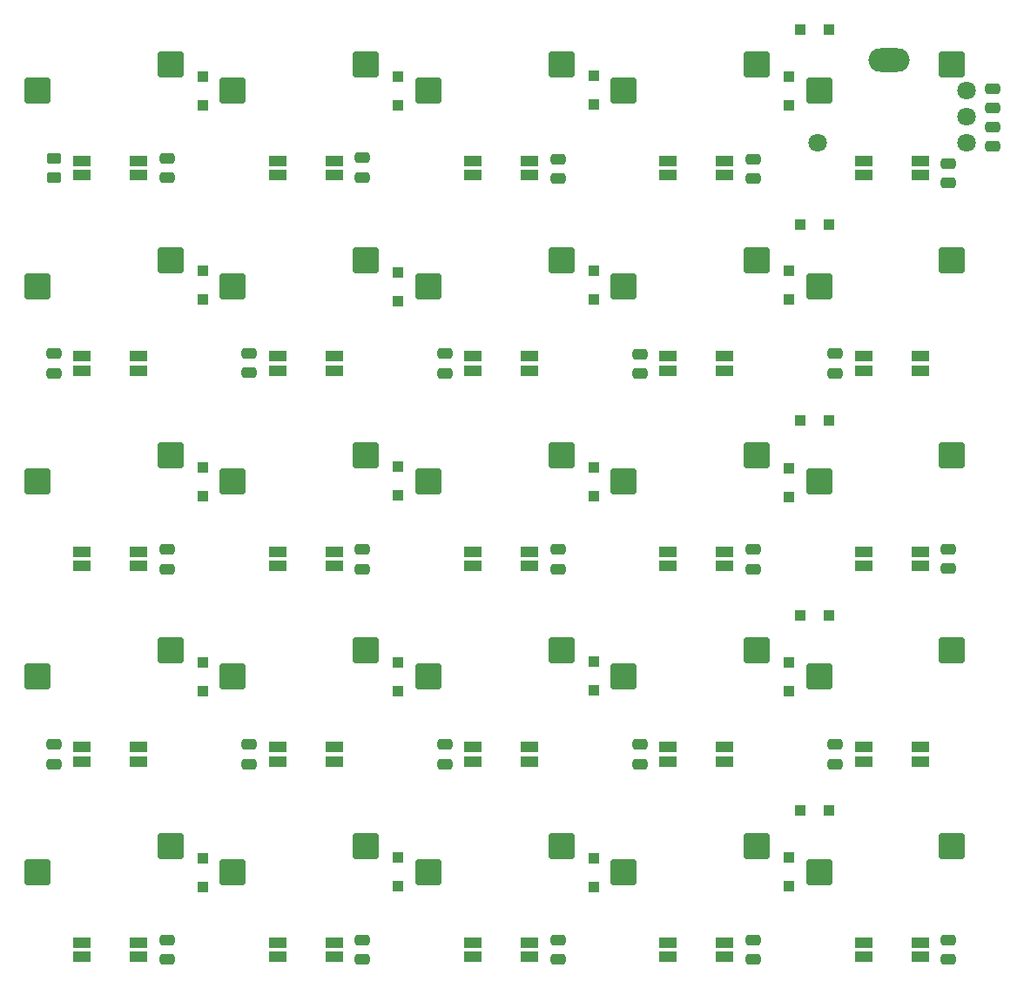
<source format=gbp>
G04 #@! TF.GenerationSoftware,KiCad,Pcbnew,(6.0.5)*
G04 #@! TF.CreationDate,2022-06-26T21:28:20+02:00*
G04 #@! TF.ProjectId,5x5x2-part1,35783578-322d-4706-9172-74312e6b6963,rev?*
G04 #@! TF.SameCoordinates,Original*
G04 #@! TF.FileFunction,Paste,Bot*
G04 #@! TF.FilePolarity,Positive*
%FSLAX46Y46*%
G04 Gerber Fmt 4.6, Leading zero omitted, Abs format (unit mm)*
G04 Created by KiCad (PCBNEW (6.0.5)) date 2022-06-26 21:28:20*
%MOMM*%
%LPD*%
G01*
G04 APERTURE LIST*
G04 Aperture macros list*
%AMRoundRect*
0 Rectangle with rounded corners*
0 $1 Rounding radius*
0 $2 $3 $4 $5 $6 $7 $8 $9 X,Y pos of 4 corners*
0 Add a 4 corners polygon primitive as box body*
4,1,4,$2,$3,$4,$5,$6,$7,$8,$9,$2,$3,0*
0 Add four circle primitives for the rounded corners*
1,1,$1+$1,$2,$3*
1,1,$1+$1,$4,$5*
1,1,$1+$1,$6,$7*
1,1,$1+$1,$8,$9*
0 Add four rect primitives between the rounded corners*
20,1,$1+$1,$2,$3,$4,$5,0*
20,1,$1+$1,$4,$5,$6,$7,0*
20,1,$1+$1,$6,$7,$8,$9,0*
20,1,$1+$1,$8,$9,$2,$3,0*%
G04 Aperture macros list end*
%ADD10RoundRect,0.250000X-1.025000X-1.000000X1.025000X-1.000000X1.025000X1.000000X-1.025000X1.000000X0*%
%ADD11O,4.000000X2.300000*%
%ADD12C,1.800000*%
%ADD13R,1.100000X1.100000*%
%ADD14RoundRect,0.250000X-0.475000X0.250000X-0.475000X-0.250000X0.475000X-0.250000X0.475000X0.250000X0*%
%ADD15R,1.700000X1.000000*%
%ADD16RoundRect,0.250000X0.475000X-0.250000X0.475000X0.250000X-0.475000X0.250000X-0.475000X-0.250000X0*%
%ADD17RoundRect,0.250000X0.450000X-0.262500X0.450000X0.262500X-0.450000X0.262500X-0.450000X-0.262500X0*%
G04 APERTURE END LIST*
D10*
X59915000Y-66460000D03*
X72842000Y-63920000D03*
X59915000Y-104460000D03*
X72842000Y-101920000D03*
X97915000Y-66460000D03*
X110842000Y-63920000D03*
X78915000Y-123460000D03*
X91842000Y-120920000D03*
X116915000Y-85460000D03*
X129842000Y-82920000D03*
X78915000Y-104460000D03*
X91842000Y-101920000D03*
X116915000Y-47460000D03*
X129842000Y-44920000D03*
X116915000Y-123460000D03*
X129842000Y-120920000D03*
X97915000Y-123460000D03*
X110842000Y-120920000D03*
X78915000Y-66460000D03*
X91842000Y-63920000D03*
X59915000Y-123460000D03*
X72842000Y-120920000D03*
X116915000Y-66460000D03*
X129842000Y-63920000D03*
X97915000Y-104460000D03*
X110842000Y-101920000D03*
X59915000Y-47460000D03*
X72842000Y-44920000D03*
D11*
X123750000Y-44500000D03*
D12*
X131250000Y-52540000D03*
X131250000Y-47460000D03*
X131250000Y-50000000D03*
X116750000Y-47460000D03*
X116750000Y-52540000D03*
D10*
X59915000Y-85460000D03*
X72842000Y-82920000D03*
X78915000Y-47460000D03*
X91842000Y-44920000D03*
X116915000Y-104460000D03*
X129842000Y-101920000D03*
X40915000Y-104460000D03*
X53842000Y-101920000D03*
X40915000Y-47460000D03*
X53842000Y-44920000D03*
X97915000Y-85460000D03*
X110842000Y-82920000D03*
X40915000Y-123460000D03*
X53842000Y-120920000D03*
X40915000Y-66460000D03*
X53842000Y-63920000D03*
X40915000Y-85460000D03*
X53842000Y-82920000D03*
X78915000Y-85460000D03*
X91842000Y-82920000D03*
X97915000Y-47460000D03*
X110842000Y-44920000D03*
D13*
X76000000Y-105900000D03*
X76000000Y-103100000D03*
D14*
X61500000Y-73000000D03*
X61500000Y-74900000D03*
D13*
X115100000Y-41500000D03*
X117900000Y-41500000D03*
D15*
X107750000Y-93700000D03*
X107750000Y-92300000D03*
X102250000Y-92300000D03*
X102250000Y-93700000D03*
X126750000Y-131700000D03*
X126750000Y-130300000D03*
X121250000Y-130300000D03*
X121250000Y-131700000D03*
D13*
X95000000Y-48800000D03*
X95000000Y-46000000D03*
X114000000Y-105900000D03*
X114000000Y-103100000D03*
D14*
X99500000Y-111050000D03*
X99500000Y-112950000D03*
D15*
X88750000Y-131700000D03*
X88750000Y-130300000D03*
X83250000Y-130300000D03*
X83250000Y-131700000D03*
D13*
X114000000Y-124800000D03*
X114000000Y-122000000D03*
X57000000Y-48900000D03*
X57000000Y-46100000D03*
D14*
X118500000Y-73050000D03*
X118500000Y-74950000D03*
D13*
X57000000Y-86900000D03*
X57000000Y-84100000D03*
X115100000Y-117500000D03*
X117900000Y-117500000D03*
D14*
X53500000Y-54050000D03*
X53500000Y-55950000D03*
D13*
X95000000Y-105800000D03*
X95000000Y-103000000D03*
D14*
X110500000Y-54100000D03*
X110500000Y-56000000D03*
X91500000Y-130050000D03*
X91500000Y-131950000D03*
X99500000Y-73100000D03*
X99500000Y-75000000D03*
D13*
X115100000Y-79500000D03*
X117900000Y-79500000D03*
X76000000Y-67900000D03*
X76000000Y-65100000D03*
D15*
X121250000Y-111300000D03*
X121250000Y-112700000D03*
X126750000Y-112700000D03*
X126750000Y-111300000D03*
D14*
X42500000Y-111050000D03*
X42500000Y-112950000D03*
X72500000Y-54000000D03*
X72500000Y-55900000D03*
D15*
X50750000Y-131700000D03*
X50750000Y-130300000D03*
X45250000Y-130300000D03*
X45250000Y-131700000D03*
X107750000Y-131700000D03*
X107750000Y-130300000D03*
X102250000Y-130300000D03*
X102250000Y-131700000D03*
D14*
X118500000Y-111050000D03*
X118500000Y-112950000D03*
D13*
X114000000Y-87000000D03*
X114000000Y-84200000D03*
D15*
X102250000Y-73300000D03*
X102250000Y-74700000D03*
X107750000Y-74700000D03*
X107750000Y-73300000D03*
D14*
X133750000Y-47250000D03*
X133750000Y-49150000D03*
D15*
X45250000Y-111300000D03*
X45250000Y-112700000D03*
X50750000Y-112700000D03*
X50750000Y-111300000D03*
X69750000Y-93700000D03*
X69750000Y-92300000D03*
X64250000Y-92300000D03*
X64250000Y-93700000D03*
D14*
X42500000Y-73050000D03*
X42500000Y-74950000D03*
X80500000Y-111050000D03*
X80500000Y-112950000D03*
X110500000Y-92100000D03*
X110500000Y-94000000D03*
D15*
X69750000Y-55700000D03*
X69750000Y-54300000D03*
X64250000Y-54300000D03*
X64250000Y-55700000D03*
D13*
X76000000Y-48900000D03*
X76000000Y-46100000D03*
D14*
X129500000Y-54550000D03*
X129500000Y-56450000D03*
D15*
X64250000Y-111300000D03*
X64250000Y-112700000D03*
X69750000Y-112700000D03*
X69750000Y-111300000D03*
X107750000Y-55700000D03*
X107750000Y-54300000D03*
X102250000Y-54300000D03*
X102250000Y-55700000D03*
X83250000Y-111300000D03*
X83250000Y-112700000D03*
X88750000Y-112700000D03*
X88750000Y-111300000D03*
D14*
X129500000Y-92050000D03*
X129500000Y-93950000D03*
D13*
X57000000Y-124900000D03*
X57000000Y-122100000D03*
X114000000Y-67800000D03*
X114000000Y-65000000D03*
D15*
X102250000Y-111300000D03*
X102250000Y-112700000D03*
X107750000Y-112700000D03*
X107750000Y-111300000D03*
X50750000Y-55700000D03*
X50750000Y-54300000D03*
X45250000Y-54300000D03*
X45250000Y-55700000D03*
X121250000Y-73300000D03*
X121250000Y-74700000D03*
X126750000Y-74700000D03*
X126750000Y-73300000D03*
X88750000Y-93700000D03*
X88750000Y-92300000D03*
X83250000Y-92300000D03*
X83250000Y-93700000D03*
D14*
X61500000Y-111050000D03*
X61500000Y-112950000D03*
D16*
X133750000Y-52900000D03*
X133750000Y-51000000D03*
D13*
X95000000Y-67800000D03*
X95000000Y-65000000D03*
X76000000Y-124800000D03*
X76000000Y-122000000D03*
D14*
X72500000Y-130050000D03*
X72500000Y-131950000D03*
X91500000Y-54100000D03*
X91500000Y-56000000D03*
D15*
X64250000Y-73300000D03*
X64250000Y-74700000D03*
X69750000Y-74700000D03*
X69750000Y-73300000D03*
X45250000Y-73300000D03*
X45250000Y-74700000D03*
X50750000Y-74700000D03*
X50750000Y-73300000D03*
D13*
X115100000Y-98500000D03*
X117900000Y-98500000D03*
D14*
X110500000Y-130050000D03*
X110500000Y-131950000D03*
X80500000Y-73050000D03*
X80500000Y-74950000D03*
D17*
X42500000Y-55912500D03*
X42500000Y-54087500D03*
D15*
X88750000Y-55700000D03*
X88750000Y-54300000D03*
X83250000Y-54300000D03*
X83250000Y-55700000D03*
X126750000Y-93700000D03*
X126750000Y-92300000D03*
X121250000Y-92300000D03*
X121250000Y-93700000D03*
D13*
X115100000Y-60500000D03*
X117900000Y-60500000D03*
X114000000Y-48900000D03*
X114000000Y-46100000D03*
D15*
X83250000Y-73300000D03*
X83250000Y-74700000D03*
X88750000Y-74700000D03*
X88750000Y-73300000D03*
D14*
X91500000Y-92100000D03*
X91500000Y-94000000D03*
D15*
X126750000Y-55700000D03*
X126750000Y-54300000D03*
X121250000Y-54300000D03*
X121250000Y-55700000D03*
D13*
X95000000Y-124900000D03*
X95000000Y-122100000D03*
X57000000Y-105900000D03*
X57000000Y-103100000D03*
D14*
X53500000Y-92100000D03*
X53500000Y-94000000D03*
D15*
X69750000Y-131700000D03*
X69750000Y-130300000D03*
X64250000Y-130300000D03*
X64250000Y-131700000D03*
D14*
X72500000Y-92100000D03*
X72500000Y-94000000D03*
D15*
X50750000Y-93700000D03*
X50750000Y-92300000D03*
X45250000Y-92300000D03*
X45250000Y-93700000D03*
D13*
X95000000Y-86900000D03*
X95000000Y-84100000D03*
D14*
X129500000Y-130050000D03*
X129500000Y-131950000D03*
D13*
X57000000Y-67800000D03*
X57000000Y-65000000D03*
X76000000Y-86800000D03*
X76000000Y-84000000D03*
D14*
X53500000Y-130050000D03*
X53500000Y-131950000D03*
M02*

</source>
